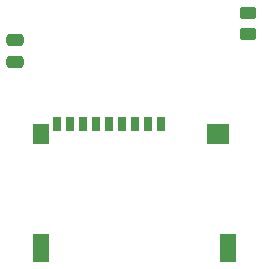
<source format=gbr>
%TF.GenerationSoftware,KiCad,Pcbnew,7.0.8*%
%TF.CreationDate,2025-03-05T08:55:57-05:00*%
%TF.ProjectId,cartridgeholder,63617274-7269-4646-9765-686f6c646572,rev?*%
%TF.SameCoordinates,Original*%
%TF.FileFunction,Paste,Top*%
%TF.FilePolarity,Positive*%
%FSLAX46Y46*%
G04 Gerber Fmt 4.6, Leading zero omitted, Abs format (unit mm)*
G04 Created by KiCad (PCBNEW 7.0.8) date 2025-03-05 08:55:57*
%MOMM*%
%LPD*%
G01*
G04 APERTURE LIST*
G04 Aperture macros list*
%AMRoundRect*
0 Rectangle with rounded corners*
0 $1 Rounding radius*
0 $2 $3 $4 $5 $6 $7 $8 $9 X,Y pos of 4 corners*
0 Add a 4 corners polygon primitive as box body*
4,1,4,$2,$3,$4,$5,$6,$7,$8,$9,$2,$3,0*
0 Add four circle primitives for the rounded corners*
1,1,$1+$1,$2,$3*
1,1,$1+$1,$4,$5*
1,1,$1+$1,$6,$7*
1,1,$1+$1,$8,$9*
0 Add four rect primitives between the rounded corners*
20,1,$1+$1,$2,$3,$4,$5,0*
20,1,$1+$1,$4,$5,$6,$7,0*
20,1,$1+$1,$6,$7,$8,$9,0*
20,1,$1+$1,$8,$9,$2,$3,0*%
G04 Aperture macros list end*
%ADD10RoundRect,0.250000X0.450000X-0.262500X0.450000X0.262500X-0.450000X0.262500X-0.450000X-0.262500X0*%
%ADD11RoundRect,0.250000X-0.475000X0.250000X-0.475000X-0.250000X0.475000X-0.250000X0.475000X0.250000X0*%
%ADD12R,0.700000X1.300000*%
%ADD13R,1.447800X1.651000*%
%ADD14R,1.447800X2.438400*%
%ADD15R,1.854200X1.651000*%
G04 APERTURE END LIST*
D10*
%TO.C,R1*%
X145870000Y-103955000D03*
X145870000Y-102130000D03*
%TD*%
D11*
%TO.C,C1*%
X126160000Y-104440000D03*
X126160000Y-106340000D03*
%TD*%
D12*
%TO.C,MICRO_SD1*%
X138568000Y-111605600D03*
X137468000Y-111605600D03*
X136368000Y-111605600D03*
X135268000Y-111605600D03*
X134168000Y-111605600D03*
X133068000Y-111605600D03*
X131968000Y-111605600D03*
X130868000Y-111605600D03*
X129768000Y-111605600D03*
D13*
X128349600Y-112379400D03*
D14*
X128349600Y-122079400D03*
X144174400Y-122079400D03*
D15*
X143399400Y-112379400D03*
%TD*%
M02*

</source>
